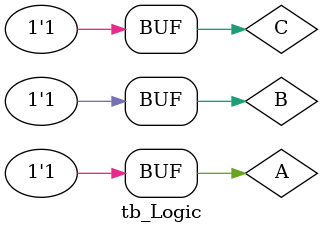
<source format=v>
`timescale 1 ns /10 ps // time-unit = 1 ns
module tb_Logic;
wire Q;
reg A, B ,C;
localparam period = 10;
Logic UUT(Q, A, B, C);
initial // Executes only once
begin
// Values for A , B and C
A = 0; B = 0; C = 0;
#period; // wait for period
A = 0; B = 0; C = 1;
#period;
A = 0; B = 1; C = 0;
#period;
A = 0; B = 1; C = 1;
#period;
A = 1; B = 0; C = 0;
#period;
A = 1; B = 0; C = 1;
#period;
A = 1; B = 1; C = 0;
#period;
A = 1; B = 1; C = 1;
#period;
end
endmodule

</source>
